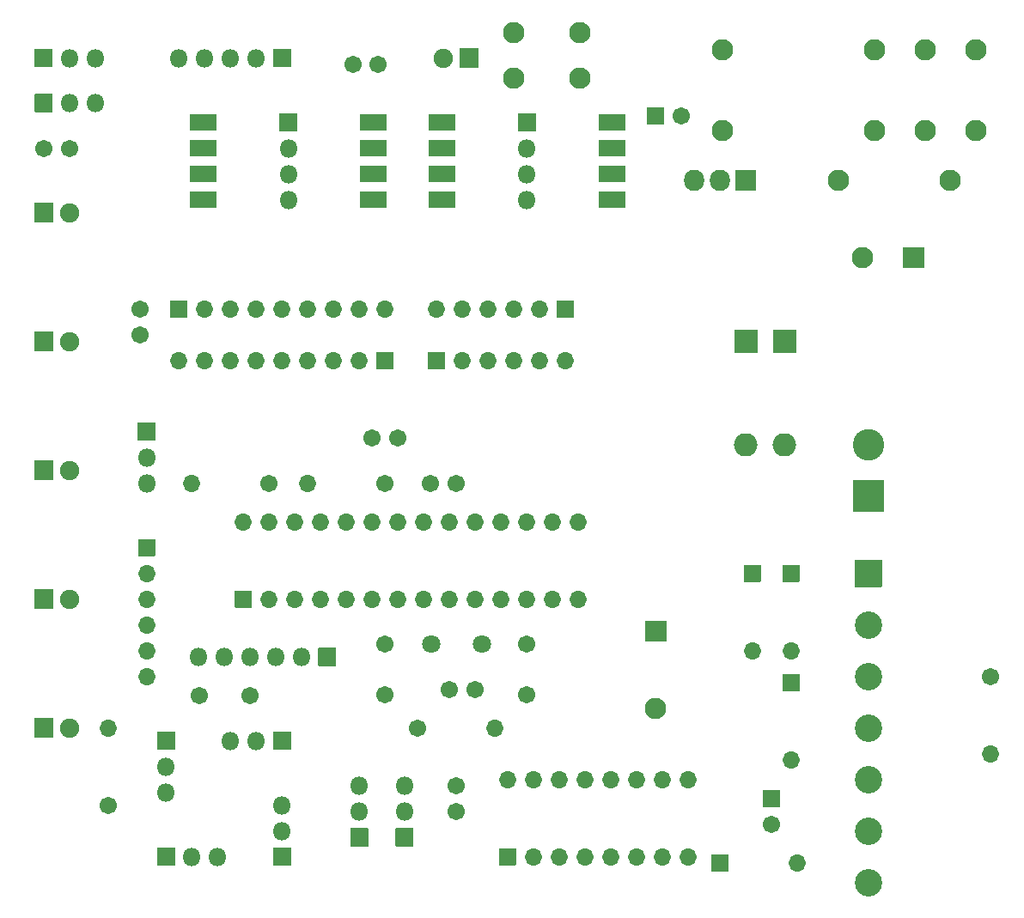
<source format=gbr>
G04 #@! TF.GenerationSoftware,KiCad,Pcbnew,(5.1.9)-1*
G04 #@! TF.CreationDate,2021-04-09T18:55:09-07:00*
G04 #@! TF.ProjectId,DSAMKVID,4453414d-4b56-4494-942e-6b696361645f,rev?*
G04 #@! TF.SameCoordinates,Original*
G04 #@! TF.FileFunction,Soldermask,Top*
G04 #@! TF.FilePolarity,Negative*
%FSLAX46Y46*%
G04 Gerber Fmt 4.6, Leading zero omitted, Abs format (unit mm)*
G04 Created by KiCad (PCBNEW (5.1.9)-1) date 2021-04-09 18:55:09*
%MOMM*%
%LPD*%
G01*
G04 APERTURE LIST*
%ADD10C,2.702000*%
%ADD11O,1.702000X1.702000*%
%ADD12C,1.702000*%
%ADD13C,3.102000*%
%ADD14C,1.902000*%
%ADD15O,1.802000X1.802000*%
%ADD16C,2.102000*%
%ADD17C,1.802000*%
%ADD18O,2.302000X2.302000*%
%ADD19O,2.007000X2.102000*%
G04 APERTURE END LIST*
D10*
X181610000Y-137795000D03*
X181610000Y-132715000D03*
X181610000Y-127635000D03*
X181610000Y-122555000D03*
X181610000Y-117475000D03*
X181610000Y-112395000D03*
G36*
G01*
X180310000Y-105964000D02*
X182910000Y-105964000D01*
G75*
G02*
X182961000Y-106015000I0J-51000D01*
G01*
X182961000Y-108615000D01*
G75*
G02*
X182910000Y-108666000I-51000J0D01*
G01*
X180310000Y-108666000D01*
G75*
G02*
X180259000Y-108615000I0J51000D01*
G01*
X180259000Y-106015000D01*
G75*
G02*
X180310000Y-105964000I51000J0D01*
G01*
G37*
D11*
X139065000Y-81280000D03*
X141605000Y-81280000D03*
X144145000Y-81280000D03*
X146685000Y-81280000D03*
X149225000Y-81280000D03*
G36*
G01*
X152616000Y-80480000D02*
X152616000Y-82080000D01*
G75*
G02*
X152565000Y-82131000I-51000J0D01*
G01*
X150965000Y-82131000D01*
G75*
G02*
X150914000Y-82080000I0J51000D01*
G01*
X150914000Y-80480000D01*
G75*
G02*
X150965000Y-80429000I51000J0D01*
G01*
X152565000Y-80429000D01*
G75*
G02*
X152616000Y-80480000I0J-51000D01*
G01*
G37*
X151765000Y-86360000D03*
X149225000Y-86360000D03*
X146685000Y-86360000D03*
X144145000Y-86360000D03*
X141605000Y-86360000D03*
G36*
G01*
X138214000Y-87160000D02*
X138214000Y-85560000D01*
G75*
G02*
X138265000Y-85509000I51000J0D01*
G01*
X139865000Y-85509000D01*
G75*
G02*
X139916000Y-85560000I0J-51000D01*
G01*
X139916000Y-87160000D01*
G75*
G02*
X139865000Y-87211000I-51000J0D01*
G01*
X138265000Y-87211000D01*
G75*
G02*
X138214000Y-87160000I0J51000D01*
G01*
G37*
D12*
X115650000Y-119380000D03*
X120650000Y-119380000D03*
X109855000Y-83780000D03*
X109855000Y-81280000D03*
X135215000Y-93980000D03*
X132715000Y-93980000D03*
X100370000Y-65405000D03*
X102870000Y-65405000D03*
X133310000Y-57150000D03*
X130810000Y-57150000D03*
X142835000Y-118745000D03*
X140335000Y-118745000D03*
X140970000Y-130770000D03*
X140970000Y-128270000D03*
X138470000Y-98425000D03*
X140970000Y-98425000D03*
D13*
X181610000Y-94615000D03*
G36*
G01*
X183110000Y-101246000D02*
X180110000Y-101246000D01*
G75*
G02*
X180059000Y-101195000I0J51000D01*
G01*
X180059000Y-98195000D01*
G75*
G02*
X180110000Y-98144000I51000J0D01*
G01*
X183110000Y-98144000D01*
G75*
G02*
X183161000Y-98195000I0J-51000D01*
G01*
X183161000Y-101195000D01*
G75*
G02*
X183110000Y-101246000I-51000J0D01*
G01*
G37*
G36*
G01*
X120815000Y-110706000D02*
X119215000Y-110706000D01*
G75*
G02*
X119164000Y-110655000I0J51000D01*
G01*
X119164000Y-109055000D01*
G75*
G02*
X119215000Y-109004000I51000J0D01*
G01*
X120815000Y-109004000D01*
G75*
G02*
X120866000Y-109055000I0J-51000D01*
G01*
X120866000Y-110655000D01*
G75*
G02*
X120815000Y-110706000I-51000J0D01*
G01*
G37*
D11*
X153035000Y-102235000D03*
X122555000Y-109855000D03*
X150495000Y-102235000D03*
X125095000Y-109855000D03*
X147955000Y-102235000D03*
X127635000Y-109855000D03*
X145415000Y-102235000D03*
X130175000Y-109855000D03*
X142875000Y-102235000D03*
X132715000Y-109855000D03*
X140335000Y-102235000D03*
X135255000Y-109855000D03*
X137795000Y-102235000D03*
X137795000Y-109855000D03*
X135255000Y-102235000D03*
X140335000Y-109855000D03*
X132715000Y-102235000D03*
X142875000Y-109855000D03*
X130175000Y-102235000D03*
X145415000Y-109855000D03*
X127635000Y-102235000D03*
X147955000Y-109855000D03*
X125095000Y-102235000D03*
X150495000Y-109855000D03*
X122555000Y-102235000D03*
X153035000Y-109855000D03*
X120015000Y-102235000D03*
D14*
X102870000Y-84455000D03*
G36*
G01*
X99379000Y-85355000D02*
X99379000Y-83555000D01*
G75*
G02*
X99430000Y-83504000I51000J0D01*
G01*
X101230000Y-83504000D01*
G75*
G02*
X101281000Y-83555000I0J-51000D01*
G01*
X101281000Y-85355000D01*
G75*
G02*
X101230000Y-85406000I-51000J0D01*
G01*
X99430000Y-85406000D01*
G75*
G02*
X99379000Y-85355000I0J51000D01*
G01*
G37*
G36*
G01*
X109589000Y-94195000D02*
X109589000Y-92495000D01*
G75*
G02*
X109640000Y-92444000I51000J0D01*
G01*
X111340000Y-92444000D01*
G75*
G02*
X111391000Y-92495000I0J-51000D01*
G01*
X111391000Y-94195000D01*
G75*
G02*
X111340000Y-94246000I-51000J0D01*
G01*
X109640000Y-94246000D01*
G75*
G02*
X109589000Y-94195000I0J51000D01*
G01*
G37*
D15*
X110490000Y-95885000D03*
X110490000Y-98425000D03*
D11*
X144780000Y-122555000D03*
D12*
X137160000Y-122555000D03*
D15*
X147955000Y-70485000D03*
X147955000Y-67945000D03*
X147955000Y-65405000D03*
G36*
G01*
X147054000Y-63715000D02*
X147054000Y-62015000D01*
G75*
G02*
X147105000Y-61964000I51000J0D01*
G01*
X148805000Y-61964000D01*
G75*
G02*
X148856000Y-62015000I0J-51000D01*
G01*
X148856000Y-63715000D01*
G75*
G02*
X148805000Y-63766000I-51000J0D01*
G01*
X147105000Y-63766000D01*
G75*
G02*
X147054000Y-63715000I0J51000D01*
G01*
G37*
X124460000Y-70485000D03*
X124460000Y-67945000D03*
X124460000Y-65405000D03*
G36*
G01*
X123559000Y-63715000D02*
X123559000Y-62015000D01*
G75*
G02*
X123610000Y-61964000I51000J0D01*
G01*
X125310000Y-61964000D01*
G75*
G02*
X125361000Y-62015000I0J-51000D01*
G01*
X125361000Y-63715000D01*
G75*
G02*
X125310000Y-63766000I-51000J0D01*
G01*
X123610000Y-63766000D01*
G75*
G02*
X123559000Y-63715000I0J51000D01*
G01*
G37*
G36*
G01*
X109690000Y-103924000D02*
X111290000Y-103924000D01*
G75*
G02*
X111341000Y-103975000I0J-51000D01*
G01*
X111341000Y-105575000D01*
G75*
G02*
X111290000Y-105626000I-51000J0D01*
G01*
X109690000Y-105626000D01*
G75*
G02*
X109639000Y-105575000I0J51000D01*
G01*
X109639000Y-103975000D01*
G75*
G02*
X109690000Y-103924000I51000J0D01*
G01*
G37*
D11*
X110490000Y-107315000D03*
X110490000Y-109855000D03*
X110490000Y-112395000D03*
X110490000Y-114935000D03*
X110490000Y-117475000D03*
G36*
G01*
X114809999Y-69674000D02*
X117350001Y-69674000D01*
G75*
G02*
X117401000Y-69724999I0J-50999D01*
G01*
X117401000Y-71245001D01*
G75*
G02*
X117350001Y-71296000I-50999J0D01*
G01*
X114809999Y-71296000D01*
G75*
G02*
X114759000Y-71245001I0J50999D01*
G01*
X114759000Y-69724999D01*
G75*
G02*
X114809999Y-69674000I50999J0D01*
G01*
G37*
G36*
G01*
X131569999Y-69674000D02*
X134110001Y-69674000D01*
G75*
G02*
X134161000Y-69724999I0J-50999D01*
G01*
X134161000Y-71245001D01*
G75*
G02*
X134110001Y-71296000I-50999J0D01*
G01*
X131569999Y-71296000D01*
G75*
G02*
X131519000Y-71245001I0J50999D01*
G01*
X131519000Y-69724999D01*
G75*
G02*
X131569999Y-69674000I50999J0D01*
G01*
G37*
G36*
G01*
X114809999Y-67134000D02*
X117350001Y-67134000D01*
G75*
G02*
X117401000Y-67184999I0J-50999D01*
G01*
X117401000Y-68705001D01*
G75*
G02*
X117350001Y-68756000I-50999J0D01*
G01*
X114809999Y-68756000D01*
G75*
G02*
X114759000Y-68705001I0J50999D01*
G01*
X114759000Y-67184999D01*
G75*
G02*
X114809999Y-67134000I50999J0D01*
G01*
G37*
G36*
G01*
X131569999Y-67134000D02*
X134110001Y-67134000D01*
G75*
G02*
X134161000Y-67184999I0J-50999D01*
G01*
X134161000Y-68705001D01*
G75*
G02*
X134110001Y-68756000I-50999J0D01*
G01*
X131569999Y-68756000D01*
G75*
G02*
X131519000Y-68705001I0J50999D01*
G01*
X131519000Y-67184999D01*
G75*
G02*
X131569999Y-67134000I50999J0D01*
G01*
G37*
G36*
G01*
X114809999Y-64594000D02*
X117350001Y-64594000D01*
G75*
G02*
X117401000Y-64644999I0J-50999D01*
G01*
X117401000Y-66165001D01*
G75*
G02*
X117350001Y-66216000I-50999J0D01*
G01*
X114809999Y-66216000D01*
G75*
G02*
X114759000Y-66165001I0J50999D01*
G01*
X114759000Y-64644999D01*
G75*
G02*
X114809999Y-64594000I50999J0D01*
G01*
G37*
G36*
G01*
X131569999Y-64594000D02*
X134110001Y-64594000D01*
G75*
G02*
X134161000Y-64644999I0J-50999D01*
G01*
X134161000Y-66165001D01*
G75*
G02*
X134110001Y-66216000I-50999J0D01*
G01*
X131569999Y-66216000D01*
G75*
G02*
X131519000Y-66165001I0J50999D01*
G01*
X131519000Y-64644999D01*
G75*
G02*
X131569999Y-64594000I50999J0D01*
G01*
G37*
G36*
G01*
X114809999Y-62054000D02*
X117350001Y-62054000D01*
G75*
G02*
X117401000Y-62104999I0J-50999D01*
G01*
X117401000Y-63625001D01*
G75*
G02*
X117350001Y-63676000I-50999J0D01*
G01*
X114809999Y-63676000D01*
G75*
G02*
X114759000Y-63625001I0J50999D01*
G01*
X114759000Y-62104999D01*
G75*
G02*
X114809999Y-62054000I50999J0D01*
G01*
G37*
G36*
G01*
X131569999Y-62054000D02*
X134110001Y-62054000D01*
G75*
G02*
X134161000Y-62104999I0J-50999D01*
G01*
X134161000Y-63625001D01*
G75*
G02*
X134110001Y-63676000I-50999J0D01*
G01*
X131569999Y-63676000D01*
G75*
G02*
X131519000Y-63625001I0J50999D01*
G01*
X131519000Y-62104999D01*
G75*
G02*
X131569999Y-62054000I50999J0D01*
G01*
G37*
X193675000Y-125095000D03*
D12*
X193675000Y-117475000D03*
D11*
X113665000Y-86360000D03*
X116205000Y-86360000D03*
X118745000Y-86360000D03*
X121285000Y-86360000D03*
X123825000Y-86360000D03*
X126365000Y-86360000D03*
X128905000Y-86360000D03*
X131445000Y-86360000D03*
G36*
G01*
X134836000Y-85560000D02*
X134836000Y-87160000D01*
G75*
G02*
X134785000Y-87211000I-51000J0D01*
G01*
X133185000Y-87211000D01*
G75*
G02*
X133134000Y-87160000I0J51000D01*
G01*
X133134000Y-85560000D01*
G75*
G02*
X133185000Y-85509000I51000J0D01*
G01*
X134785000Y-85509000D01*
G75*
G02*
X134836000Y-85560000I0J-51000D01*
G01*
G37*
D16*
X160655000Y-120630000D03*
G36*
G01*
X159655000Y-111979000D02*
X161655000Y-111979000D01*
G75*
G02*
X161706000Y-112030000I0J-51000D01*
G01*
X161706000Y-114030000D01*
G75*
G02*
X161655000Y-114081000I-51000J0D01*
G01*
X159655000Y-114081000D01*
G75*
G02*
X159604000Y-114030000I0J51000D01*
G01*
X159604000Y-112030000D01*
G75*
G02*
X159655000Y-111979000I51000J0D01*
G01*
G37*
D11*
X126365000Y-98425000D03*
D12*
X133985000Y-98425000D03*
D11*
X133985000Y-81280000D03*
X131445000Y-81280000D03*
X128905000Y-81280000D03*
X126365000Y-81280000D03*
X123825000Y-81280000D03*
X121285000Y-81280000D03*
X118745000Y-81280000D03*
X116205000Y-81280000D03*
G36*
G01*
X112814000Y-82080000D02*
X112814000Y-80480000D01*
G75*
G02*
X112865000Y-80429000I51000J0D01*
G01*
X114465000Y-80429000D01*
G75*
G02*
X114516000Y-80480000I0J-51000D01*
G01*
X114516000Y-82080000D01*
G75*
G02*
X114465000Y-82131000I-51000J0D01*
G01*
X112865000Y-82131000D01*
G75*
G02*
X112814000Y-82080000I0J51000D01*
G01*
G37*
X170180000Y-114935000D03*
G36*
G01*
X169380000Y-106464000D02*
X170980000Y-106464000D01*
G75*
G02*
X171031000Y-106515000I0J-51000D01*
G01*
X171031000Y-108115000D01*
G75*
G02*
X170980000Y-108166000I-51000J0D01*
G01*
X169380000Y-108166000D01*
G75*
G02*
X169329000Y-108115000I0J51000D01*
G01*
X169329000Y-106515000D01*
G75*
G02*
X169380000Y-106464000I51000J0D01*
G01*
G37*
X173990000Y-114935000D03*
G36*
G01*
X173190000Y-106464000D02*
X174790000Y-106464000D01*
G75*
G02*
X174841000Y-106515000I0J-51000D01*
G01*
X174841000Y-108115000D01*
G75*
G02*
X174790000Y-108166000I-51000J0D01*
G01*
X173190000Y-108166000D01*
G75*
G02*
X173139000Y-108115000I0J51000D01*
G01*
X173139000Y-106515000D01*
G75*
G02*
X173190000Y-106464000I51000J0D01*
G01*
G37*
D15*
X123825000Y-130175000D03*
X123825000Y-132715000D03*
G36*
G01*
X124726000Y-134405000D02*
X124726000Y-136105000D01*
G75*
G02*
X124675000Y-136156000I-51000J0D01*
G01*
X122975000Y-136156000D01*
G75*
G02*
X122924000Y-136105000I0J51000D01*
G01*
X122924000Y-134405000D01*
G75*
G02*
X122975000Y-134354000I51000J0D01*
G01*
X124675000Y-134354000D01*
G75*
G02*
X124726000Y-134405000I0J-51000D01*
G01*
G37*
X117475000Y-135255000D03*
X114935000Y-135255000D03*
G36*
G01*
X113245000Y-136156000D02*
X111545000Y-136156000D01*
G75*
G02*
X111494000Y-136105000I0J51000D01*
G01*
X111494000Y-134405000D01*
G75*
G02*
X111545000Y-134354000I51000J0D01*
G01*
X113245000Y-134354000D01*
G75*
G02*
X113296000Y-134405000I0J-51000D01*
G01*
X113296000Y-136105000D01*
G75*
G02*
X113245000Y-136156000I-51000J0D01*
G01*
G37*
X112395000Y-128905000D03*
X112395000Y-126365000D03*
G36*
G01*
X111494000Y-124675000D02*
X111494000Y-122975000D01*
G75*
G02*
X111545000Y-122924000I51000J0D01*
G01*
X113245000Y-122924000D01*
G75*
G02*
X113296000Y-122975000I0J-51000D01*
G01*
X113296000Y-124675000D01*
G75*
G02*
X113245000Y-124726000I-51000J0D01*
G01*
X111545000Y-124726000D01*
G75*
G02*
X111494000Y-124675000I0J51000D01*
G01*
G37*
X118745000Y-123825000D03*
X121285000Y-123825000D03*
G36*
G01*
X122975000Y-122924000D02*
X124675000Y-122924000D01*
G75*
G02*
X124726000Y-122975000I0J-51000D01*
G01*
X124726000Y-124675000D01*
G75*
G02*
X124675000Y-124726000I-51000J0D01*
G01*
X122975000Y-124726000D01*
G75*
G02*
X122924000Y-124675000I0J51000D01*
G01*
X122924000Y-122975000D01*
G75*
G02*
X122975000Y-122924000I51000J0D01*
G01*
G37*
X135890000Y-128270000D03*
X135890000Y-130810000D03*
G36*
G01*
X136791000Y-132500000D02*
X136791000Y-134200000D01*
G75*
G02*
X136740000Y-134251000I-51000J0D01*
G01*
X135040000Y-134251000D01*
G75*
G02*
X134989000Y-134200000I0J51000D01*
G01*
X134989000Y-132500000D01*
G75*
G02*
X135040000Y-132449000I51000J0D01*
G01*
X136740000Y-132449000D01*
G75*
G02*
X136791000Y-132500000I0J-51000D01*
G01*
G37*
X131445000Y-128270000D03*
X131445000Y-130810000D03*
G36*
G01*
X132346000Y-132500000D02*
X132346000Y-134200000D01*
G75*
G02*
X132295000Y-134251000I-51000J0D01*
G01*
X130595000Y-134251000D01*
G75*
G02*
X130544000Y-134200000I0J51000D01*
G01*
X130544000Y-132500000D01*
G75*
G02*
X130595000Y-132449000I51000J0D01*
G01*
X132295000Y-132449000D01*
G75*
G02*
X132346000Y-132500000I0J-51000D01*
G01*
G37*
X105410000Y-60960000D03*
X102870000Y-60960000D03*
G36*
G01*
X101180000Y-61861000D02*
X99480000Y-61861000D01*
G75*
G02*
X99429000Y-61810000I0J51000D01*
G01*
X99429000Y-60110000D01*
G75*
G02*
X99480000Y-60059000I51000J0D01*
G01*
X101180000Y-60059000D01*
G75*
G02*
X101231000Y-60110000I0J-51000D01*
G01*
X101231000Y-61810000D01*
G75*
G02*
X101180000Y-61861000I-51000J0D01*
G01*
G37*
X105410000Y-56515000D03*
X102870000Y-56515000D03*
G36*
G01*
X101180000Y-57416000D02*
X99480000Y-57416000D01*
G75*
G02*
X99429000Y-57365000I0J51000D01*
G01*
X99429000Y-55665000D01*
G75*
G02*
X99480000Y-55614000I51000J0D01*
G01*
X101180000Y-55614000D01*
G75*
G02*
X101231000Y-55665000I0J-51000D01*
G01*
X101231000Y-57365000D01*
G75*
G02*
X101180000Y-57416000I-51000J0D01*
G01*
G37*
D17*
X143510000Y-114300000D03*
X138510000Y-114300000D03*
G36*
G01*
X146850000Y-136106000D02*
X145250000Y-136106000D01*
G75*
G02*
X145199000Y-136055000I0J51000D01*
G01*
X145199000Y-134455000D01*
G75*
G02*
X145250000Y-134404000I51000J0D01*
G01*
X146850000Y-134404000D01*
G75*
G02*
X146901000Y-134455000I0J-51000D01*
G01*
X146901000Y-136055000D01*
G75*
G02*
X146850000Y-136106000I-51000J0D01*
G01*
G37*
D11*
X163830000Y-127635000D03*
X148590000Y-135255000D03*
X161290000Y-127635000D03*
X151130000Y-135255000D03*
X158750000Y-127635000D03*
X153670000Y-135255000D03*
X156210000Y-127635000D03*
X156210000Y-135255000D03*
X153670000Y-127635000D03*
X158750000Y-135255000D03*
X151130000Y-127635000D03*
X161290000Y-135255000D03*
X148590000Y-127635000D03*
X163830000Y-135255000D03*
X146050000Y-127635000D03*
G36*
G01*
X138304999Y-69674000D02*
X140845001Y-69674000D01*
G75*
G02*
X140896000Y-69724999I0J-50999D01*
G01*
X140896000Y-71245001D01*
G75*
G02*
X140845001Y-71296000I-50999J0D01*
G01*
X138304999Y-71296000D01*
G75*
G02*
X138254000Y-71245001I0J50999D01*
G01*
X138254000Y-69724999D01*
G75*
G02*
X138304999Y-69674000I50999J0D01*
G01*
G37*
G36*
G01*
X155064999Y-69674000D02*
X157605001Y-69674000D01*
G75*
G02*
X157656000Y-69724999I0J-50999D01*
G01*
X157656000Y-71245001D01*
G75*
G02*
X157605001Y-71296000I-50999J0D01*
G01*
X155064999Y-71296000D01*
G75*
G02*
X155014000Y-71245001I0J50999D01*
G01*
X155014000Y-69724999D01*
G75*
G02*
X155064999Y-69674000I50999J0D01*
G01*
G37*
G36*
G01*
X138304999Y-67134000D02*
X140845001Y-67134000D01*
G75*
G02*
X140896000Y-67184999I0J-50999D01*
G01*
X140896000Y-68705001D01*
G75*
G02*
X140845001Y-68756000I-50999J0D01*
G01*
X138304999Y-68756000D01*
G75*
G02*
X138254000Y-68705001I0J50999D01*
G01*
X138254000Y-67184999D01*
G75*
G02*
X138304999Y-67134000I50999J0D01*
G01*
G37*
G36*
G01*
X155064999Y-67134000D02*
X157605001Y-67134000D01*
G75*
G02*
X157656000Y-67184999I0J-50999D01*
G01*
X157656000Y-68705001D01*
G75*
G02*
X157605001Y-68756000I-50999J0D01*
G01*
X155064999Y-68756000D01*
G75*
G02*
X155014000Y-68705001I0J50999D01*
G01*
X155014000Y-67184999D01*
G75*
G02*
X155064999Y-67134000I50999J0D01*
G01*
G37*
G36*
G01*
X138304999Y-64594000D02*
X140845001Y-64594000D01*
G75*
G02*
X140896000Y-64644999I0J-50999D01*
G01*
X140896000Y-66165001D01*
G75*
G02*
X140845001Y-66216000I-50999J0D01*
G01*
X138304999Y-66216000D01*
G75*
G02*
X138254000Y-66165001I0J50999D01*
G01*
X138254000Y-64644999D01*
G75*
G02*
X138304999Y-64594000I50999J0D01*
G01*
G37*
G36*
G01*
X155064999Y-64594000D02*
X157605001Y-64594000D01*
G75*
G02*
X157656000Y-64644999I0J-50999D01*
G01*
X157656000Y-66165001D01*
G75*
G02*
X157605001Y-66216000I-50999J0D01*
G01*
X155064999Y-66216000D01*
G75*
G02*
X155014000Y-66165001I0J50999D01*
G01*
X155014000Y-64644999D01*
G75*
G02*
X155064999Y-64594000I50999J0D01*
G01*
G37*
G36*
G01*
X138304999Y-62054000D02*
X140845001Y-62054000D01*
G75*
G02*
X140896000Y-62104999I0J-50999D01*
G01*
X140896000Y-63625001D01*
G75*
G02*
X140845001Y-63676000I-50999J0D01*
G01*
X138304999Y-63676000D01*
G75*
G02*
X138254000Y-63625001I0J50999D01*
G01*
X138254000Y-62104999D01*
G75*
G02*
X138304999Y-62054000I50999J0D01*
G01*
G37*
G36*
G01*
X155064999Y-62054000D02*
X157605001Y-62054000D01*
G75*
G02*
X157656000Y-62104999I0J-50999D01*
G01*
X157656000Y-63625001D01*
G75*
G02*
X157605001Y-63676000I-50999J0D01*
G01*
X155064999Y-63676000D01*
G75*
G02*
X155014000Y-63625001I0J50999D01*
G01*
X155014000Y-62104999D01*
G75*
G02*
X155064999Y-62054000I50999J0D01*
G01*
G37*
G36*
G01*
X171285000Y-128689000D02*
X172885000Y-128689000D01*
G75*
G02*
X172936000Y-128740000I0J-51000D01*
G01*
X172936000Y-130340000D01*
G75*
G02*
X172885000Y-130391000I-51000J0D01*
G01*
X171285000Y-130391000D01*
G75*
G02*
X171234000Y-130340000I0J51000D01*
G01*
X171234000Y-128740000D01*
G75*
G02*
X171285000Y-128689000I51000J0D01*
G01*
G37*
D12*
X172085000Y-132040000D03*
D16*
X153185000Y-53975000D03*
X153185000Y-58475000D03*
X146685000Y-53975000D03*
X146685000Y-58475000D03*
D12*
X147955000Y-119300000D03*
X147955000Y-114300000D03*
X133985000Y-114300000D03*
X133985000Y-119300000D03*
G36*
G01*
X187106000Y-75200000D02*
X187106000Y-77200000D01*
G75*
G02*
X187055000Y-77251000I-51000J0D01*
G01*
X185055000Y-77251000D01*
G75*
G02*
X185004000Y-77200000I0J51000D01*
G01*
X185004000Y-75200000D01*
G75*
G02*
X185055000Y-75149000I51000J0D01*
G01*
X187055000Y-75149000D01*
G75*
G02*
X187106000Y-75200000I0J-51000D01*
G01*
G37*
D16*
X181055000Y-76200000D03*
D12*
X163155000Y-62230000D03*
G36*
G01*
X159804000Y-63030000D02*
X159804000Y-61430000D01*
G75*
G02*
X159855000Y-61379000I51000J0D01*
G01*
X161455000Y-61379000D01*
G75*
G02*
X161506000Y-61430000I0J-51000D01*
G01*
X161506000Y-63030000D01*
G75*
G02*
X161455000Y-63081000I-51000J0D01*
G01*
X159855000Y-63081000D01*
G75*
G02*
X159804000Y-63030000I0J51000D01*
G01*
G37*
G36*
G01*
X99379000Y-72655000D02*
X99379000Y-70855000D01*
G75*
G02*
X99430000Y-70804000I51000J0D01*
G01*
X101230000Y-70804000D01*
G75*
G02*
X101281000Y-70855000I0J-51000D01*
G01*
X101281000Y-72655000D01*
G75*
G02*
X101230000Y-72706000I-51000J0D01*
G01*
X99430000Y-72706000D01*
G75*
G02*
X99379000Y-72655000I0J51000D01*
G01*
G37*
D14*
X102870000Y-71755000D03*
X102870000Y-97155000D03*
G36*
G01*
X99379000Y-98055000D02*
X99379000Y-96255000D01*
G75*
G02*
X99430000Y-96204000I51000J0D01*
G01*
X101230000Y-96204000D01*
G75*
G02*
X101281000Y-96255000I0J-51000D01*
G01*
X101281000Y-98055000D01*
G75*
G02*
X101230000Y-98106000I-51000J0D01*
G01*
X99430000Y-98106000D01*
G75*
G02*
X99379000Y-98055000I0J51000D01*
G01*
G37*
G36*
G01*
X99379000Y-110755000D02*
X99379000Y-108955000D01*
G75*
G02*
X99430000Y-108904000I51000J0D01*
G01*
X101230000Y-108904000D01*
G75*
G02*
X101281000Y-108955000I0J-51000D01*
G01*
X101281000Y-110755000D01*
G75*
G02*
X101230000Y-110806000I-51000J0D01*
G01*
X99430000Y-110806000D01*
G75*
G02*
X99379000Y-110755000I0J51000D01*
G01*
G37*
X102870000Y-109855000D03*
G36*
G01*
X99379000Y-123455000D02*
X99379000Y-121655000D01*
G75*
G02*
X99430000Y-121604000I51000J0D01*
G01*
X101230000Y-121604000D01*
G75*
G02*
X101281000Y-121655000I0J-51000D01*
G01*
X101281000Y-123455000D01*
G75*
G02*
X101230000Y-123506000I-51000J0D01*
G01*
X99430000Y-123506000D01*
G75*
G02*
X99379000Y-123455000I0J51000D01*
G01*
G37*
X102870000Y-122555000D03*
G36*
G01*
X168445000Y-83304000D02*
X170645000Y-83304000D01*
G75*
G02*
X170696000Y-83355000I0J-51000D01*
G01*
X170696000Y-85555000D01*
G75*
G02*
X170645000Y-85606000I-51000J0D01*
G01*
X168445000Y-85606000D01*
G75*
G02*
X168394000Y-85555000I0J51000D01*
G01*
X168394000Y-83355000D01*
G75*
G02*
X168445000Y-83304000I51000J0D01*
G01*
G37*
D18*
X169545000Y-94615000D03*
X173355000Y-94615000D03*
G36*
G01*
X172255000Y-83304000D02*
X174455000Y-83304000D01*
G75*
G02*
X174506000Y-83355000I0J-51000D01*
G01*
X174506000Y-85555000D01*
G75*
G02*
X174455000Y-85606000I-51000J0D01*
G01*
X172255000Y-85606000D01*
G75*
G02*
X172204000Y-85555000I0J51000D01*
G01*
X172204000Y-83355000D01*
G75*
G02*
X172255000Y-83304000I51000J0D01*
G01*
G37*
D11*
X174625000Y-135890000D03*
G36*
G01*
X166154000Y-136690000D02*
X166154000Y-135090000D01*
G75*
G02*
X166205000Y-135039000I51000J0D01*
G01*
X167805000Y-135039000D01*
G75*
G02*
X167856000Y-135090000I0J-51000D01*
G01*
X167856000Y-136690000D01*
G75*
G02*
X167805000Y-136741000I-51000J0D01*
G01*
X166205000Y-136741000D01*
G75*
G02*
X166154000Y-136690000I0J51000D01*
G01*
G37*
G36*
G01*
X173190000Y-117259000D02*
X174790000Y-117259000D01*
G75*
G02*
X174841000Y-117310000I0J-51000D01*
G01*
X174841000Y-118910000D01*
G75*
G02*
X174790000Y-118961000I-51000J0D01*
G01*
X173190000Y-118961000D01*
G75*
G02*
X173139000Y-118910000I0J51000D01*
G01*
X173139000Y-117310000D01*
G75*
G02*
X173190000Y-117259000I51000J0D01*
G01*
G37*
X173990000Y-125730000D03*
G36*
G01*
X122975000Y-55614000D02*
X124675000Y-55614000D01*
G75*
G02*
X124726000Y-55665000I0J-51000D01*
G01*
X124726000Y-57365000D01*
G75*
G02*
X124675000Y-57416000I-51000J0D01*
G01*
X122975000Y-57416000D01*
G75*
G02*
X122924000Y-57365000I0J51000D01*
G01*
X122924000Y-55665000D01*
G75*
G02*
X122975000Y-55614000I51000J0D01*
G01*
G37*
D15*
X121285000Y-56515000D03*
X118745000Y-56515000D03*
X116205000Y-56515000D03*
X113665000Y-56515000D03*
D16*
X167205000Y-55690000D03*
X167205000Y-63690000D03*
X182205000Y-55690000D03*
X182205000Y-63690000D03*
X187205000Y-55690000D03*
X187205000Y-63690000D03*
X192205000Y-55690000D03*
X192205000Y-63690000D03*
D12*
X122555000Y-98425000D03*
D11*
X114935000Y-98425000D03*
X106680000Y-122555000D03*
D12*
X106680000Y-130175000D03*
G36*
G01*
X170548500Y-67580000D02*
X170548500Y-69580000D01*
G75*
G02*
X170497500Y-69631000I-51000J0D01*
G01*
X168592500Y-69631000D01*
G75*
G02*
X168541500Y-69580000I0J51000D01*
G01*
X168541500Y-67580000D01*
G75*
G02*
X168592500Y-67529000I51000J0D01*
G01*
X170497500Y-67529000D01*
G75*
G02*
X170548500Y-67580000I0J-51000D01*
G01*
G37*
D19*
X167005000Y-68580000D03*
X164465000Y-68580000D03*
G36*
G01*
X127420000Y-114669000D02*
X129120000Y-114669000D01*
G75*
G02*
X129171000Y-114720000I0J-51000D01*
G01*
X129171000Y-116420000D01*
G75*
G02*
X129120000Y-116471000I-51000J0D01*
G01*
X127420000Y-116471000D01*
G75*
G02*
X127369000Y-116420000I0J51000D01*
G01*
X127369000Y-114720000D01*
G75*
G02*
X127420000Y-114669000I51000J0D01*
G01*
G37*
D15*
X125730000Y-115570000D03*
X123190000Y-115570000D03*
X120650000Y-115570000D03*
X118110000Y-115570000D03*
X115570000Y-115570000D03*
G36*
G01*
X143191000Y-55615000D02*
X143191000Y-57415000D01*
G75*
G02*
X143140000Y-57466000I-51000J0D01*
G01*
X141340000Y-57466000D01*
G75*
G02*
X141289000Y-57415000I0J51000D01*
G01*
X141289000Y-55615000D01*
G75*
G02*
X141340000Y-55564000I51000J0D01*
G01*
X143140000Y-55564000D01*
G75*
G02*
X143191000Y-55615000I0J-51000D01*
G01*
G37*
D14*
X139700000Y-56515000D03*
D16*
X189650000Y-68580000D03*
X178650000Y-68580000D03*
M02*

</source>
